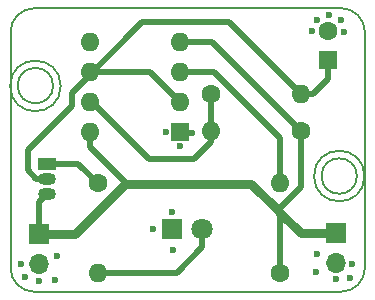
<source format=gbr>
%TF.GenerationSoftware,KiCad,Pcbnew,8.0.5*%
%TF.CreationDate,2025-07-23T12:06:58+02:00*%
%TF.ProjectId,LED_FADER,4c45445f-4641-4444-9552-2e6b69636164,rev?*%
%TF.SameCoordinates,Original*%
%TF.FileFunction,Copper,L1,Top*%
%TF.FilePolarity,Positive*%
%FSLAX46Y46*%
G04 Gerber Fmt 4.6, Leading zero omitted, Abs format (unit mm)*
G04 Created by KiCad (PCBNEW 8.0.5) date 2025-07-23 12:06:58*
%MOMM*%
%LPD*%
G01*
G04 APERTURE LIST*
%TA.AperFunction,Conductor*%
%ADD10C,0.200000*%
%TD*%
%TA.AperFunction,ComponentPad*%
%ADD11C,1.600000*%
%TD*%
%TA.AperFunction,ComponentPad*%
%ADD12O,1.600000X1.600000*%
%TD*%
%TA.AperFunction,ComponentPad*%
%ADD13R,1.600000X1.600000*%
%TD*%
%TA.AperFunction,ComponentPad*%
%ADD14O,1.500000X1.050000*%
%TD*%
%TA.AperFunction,ComponentPad*%
%ADD15R,1.500000X1.050000*%
%TD*%
%TA.AperFunction,ComponentPad*%
%ADD16R,1.700000X1.700000*%
%TD*%
%TA.AperFunction,ComponentPad*%
%ADD17O,1.700000X1.700000*%
%TD*%
%TA.AperFunction,ComponentPad*%
%ADD18R,1.800000X1.800000*%
%TD*%
%TA.AperFunction,ComponentPad*%
%ADD19C,1.800000*%
%TD*%
%TA.AperFunction,ViaPad*%
%ADD20C,0.600000*%
%TD*%
%TA.AperFunction,Conductor*%
%ADD21C,0.500000*%
%TD*%
%TA.AperFunction,Conductor*%
%ADD22C,0.750000*%
%TD*%
G04 APERTURE END LIST*
D10*
%TO.N,GND*%
X126299066Y-100160000D02*
G75*
G02*
X123300934Y-100160000I-1499066J0D01*
G01*
X123300934Y-100160000D02*
G75*
G02*
X126299066Y-100160000I1499066J0D01*
G01*
X122700000Y-115610000D02*
X122700000Y-95610000D01*
X126939059Y-100191112D02*
G75*
G02*
X122660941Y-100191112I-2139059J0D01*
G01*
X122660941Y-100191112D02*
G75*
G02*
X126939059Y-100191112I2139059J0D01*
G01*
X152669059Y-107820000D02*
G75*
G02*
X148390941Y-107820000I-2139059J0D01*
G01*
X148390941Y-107820000D02*
G75*
G02*
X152669059Y-107820000I2139059J0D01*
G01*
X152700000Y-115610000D02*
G75*
G02*
X150700000Y-117610000I-2000000J0D01*
G01*
X124700000Y-117610000D02*
G75*
G02*
X122700000Y-115610000I0J2000000D01*
G01*
%TO.N,VCC*%
X152020944Y-107820000D02*
G75*
G02*
X149022812Y-107820000I-1499066J0D01*
G01*
X149022812Y-107820000D02*
G75*
G02*
X152020944Y-107820000I1499066J0D01*
G01*
%TO.N,GND*%
X124700000Y-93610000D02*
X150700000Y-93610000D01*
X150700000Y-117610000D02*
X124700000Y-117610000D01*
X150700000Y-93610000D02*
G75*
G02*
X152700000Y-95610000I0J-2000000D01*
G01*
X122700000Y-95610000D02*
G75*
G02*
X124700000Y-93610000I2000000J0D01*
G01*
X152700000Y-95610000D02*
X152700000Y-115610000D01*
%TD*%
D11*
%TO.P,R1,1*%
%TO.N,VCC*%
X145490000Y-116040000D03*
D12*
%TO.P,R1,2*%
%TO.N,Net-(U1-Q)*%
X145490000Y-108420000D03*
%TD*%
%TO.P,U1,8,VCC*%
%TO.N,VCC*%
X129410000Y-104070000D03*
%TO.P,U1,7,DIS*%
%TO.N,Net-(U1-DIS)*%
X129410000Y-101530000D03*
%TO.P,U1,6,THR*%
%TO.N,Net-(U1-THR)*%
X129410000Y-98990000D03*
%TO.P,U1,5,CV*%
%TO.N,unconnected-(U1-CV-Pad5)*%
X129410000Y-96450000D03*
%TO.P,U1,4,R*%
%TO.N,VCC*%
X137030000Y-96450000D03*
%TO.P,U1,3,Q*%
%TO.N,Net-(U1-Q)*%
X137030000Y-98990000D03*
%TO.P,U1,2,TR*%
%TO.N,Net-(U1-THR)*%
X137030000Y-101530000D03*
D13*
%TO.P,U1,1,GND*%
%TO.N,GND*%
X137030000Y-104070000D03*
%TD*%
D14*
%TO.P,U2,3,VI*%
%TO.N,VCC*%
X125780000Y-109320000D03*
%TO.P,U2,2,GND*%
%TO.N,Net-(U1-THR)*%
X125780000Y-108050000D03*
D15*
%TO.P,U2,1,VO*%
%TO.N,Net-(U2-VO)*%
X125780000Y-106780000D03*
%TD*%
D11*
%TO.P,R4,1*%
%TO.N,Net-(U2-VO)*%
X130110000Y-108440000D03*
D12*
%TO.P,R4,2*%
%TO.N,Net-(D1-A)*%
X130110000Y-116060000D03*
%TD*%
D16*
%TO.P,J3,1,Pin_1*%
%TO.N,VCC*%
X125110000Y-112705000D03*
D17*
%TO.P,J3,2,Pin_2*%
%TO.N,GND*%
X125110000Y-115245000D03*
%TD*%
D18*
%TO.P,D1,1,K*%
%TO.N,GND*%
X136400000Y-112310000D03*
D19*
%TO.P,D1,2,A*%
%TO.N,Net-(D1-A)*%
X138940000Y-112310000D03*
%TD*%
D11*
%TO.P,R2,1*%
%TO.N,VCC*%
X147300000Y-104010000D03*
D12*
%TO.P,R2,2*%
%TO.N,Net-(U1-DIS)*%
X139680000Y-104010000D03*
%TD*%
D11*
%TO.P,C1,2*%
%TO.N,GND*%
X149590000Y-95510000D03*
D13*
%TO.P,C1,1*%
%TO.N,Net-(U1-THR)*%
X149590000Y-98010000D03*
%TD*%
D12*
%TO.P,R3,2*%
%TO.N,Net-(U1-THR)*%
X147280000Y-100870000D03*
D11*
%TO.P,R3,1*%
%TO.N,Net-(U1-DIS)*%
X139660000Y-100870000D03*
%TD*%
D16*
%TO.P,J2,1,Pin_1*%
%TO.N,VCC*%
X150280000Y-112665000D03*
D17*
%TO.P,J2,2,Pin_2*%
%TO.N,GND*%
X150280000Y-115205000D03*
%TD*%
D20*
%TO.N,GND*%
X134720000Y-112320000D03*
X137030000Y-105290000D03*
X138030000Y-104140000D03*
X150660000Y-94610000D03*
X136370000Y-110890000D03*
X148670000Y-94640000D03*
X150250000Y-116570000D03*
X123600000Y-115290000D03*
X136410000Y-114050000D03*
X150970000Y-95640000D03*
X126650000Y-114570000D03*
X151630000Y-115250000D03*
X149640000Y-94180000D03*
X125090000Y-116670000D03*
X126490000Y-116650000D03*
X123880000Y-116400000D03*
X148640000Y-114410000D03*
X151450000Y-116460000D03*
X148250000Y-95550000D03*
X148600000Y-115940000D03*
X135840000Y-104090000D03*
%TD*%
D21*
%TO.N,Net-(U1-THR)*%
X125780000Y-108050000D02*
X124875000Y-108050000D01*
X124875000Y-108050000D02*
X124150000Y-107325000D01*
X127860000Y-101880000D02*
X127860000Y-100750000D01*
X124150000Y-107325000D02*
X124150000Y-105590000D01*
X124150000Y-105590000D02*
X127860000Y-101880000D01*
X127860000Y-100750000D02*
X133840000Y-94770000D01*
X133840000Y-94770000D02*
X141160000Y-94770000D01*
X141160000Y-94770000D02*
X147260000Y-100870000D01*
X147260000Y-100870000D02*
X147280000Y-100870000D01*
%TO.N,VCC*%
X129410000Y-104070000D02*
X129410000Y-105350000D01*
X129410000Y-105350000D02*
X132530000Y-108470000D01*
D22*
X125110000Y-112705000D02*
X128155000Y-112705000D01*
X128155000Y-112705000D02*
X132390000Y-108470000D01*
X132390000Y-108470000D02*
X133080000Y-108470000D01*
D21*
%TO.N,Net-(D1-A)*%
X130110000Y-116060000D02*
X136750000Y-116060000D01*
X136750000Y-116060000D02*
X138940000Y-113870000D01*
X138940000Y-113870000D02*
X138940000Y-112310000D01*
%TO.N,VCC*%
X137030000Y-96450000D02*
X139740000Y-96450000D01*
X139740000Y-96450000D02*
X147300000Y-104010000D01*
D22*
X143070000Y-108470000D02*
X145310000Y-110710000D01*
X145310000Y-110710000D02*
X145545000Y-110945000D01*
D21*
X129600000Y-104070000D02*
X129410000Y-104070000D01*
%TO.N,Net-(U1-DIS)*%
X139680000Y-104010000D02*
X139680000Y-104900000D01*
X139680000Y-104900000D02*
X138240000Y-106340000D01*
X138240000Y-106340000D02*
X134410000Y-106340000D01*
X134410000Y-106340000D02*
X129610000Y-101540000D01*
X139680000Y-104010000D02*
X139680000Y-100890000D01*
X139680000Y-100890000D02*
X139660000Y-100870000D01*
%TO.N,Net-(U1-THR)*%
X129410000Y-98990000D02*
X129420000Y-99000000D01*
X129420000Y-99000000D02*
X134500000Y-99000000D01*
X134500000Y-99000000D02*
X137040000Y-101540000D01*
X149590000Y-98010000D02*
X149590000Y-99610000D01*
X149590000Y-99610000D02*
X148330000Y-100870000D01*
X148330000Y-100870000D02*
X147280000Y-100870000D01*
%TO.N,VCC*%
X125780000Y-109320000D02*
X125120000Y-109980000D01*
X125120000Y-109980000D02*
X125120000Y-112695000D01*
X125120000Y-112695000D02*
X125110000Y-112705000D01*
X145490000Y-116040000D02*
X145490000Y-111000000D01*
X145490000Y-111000000D02*
X145545000Y-110945000D01*
D22*
X145545000Y-110945000D02*
X147265000Y-112665000D01*
D21*
%TO.N,Net-(U1-Q)*%
X145490000Y-108420000D02*
X145490000Y-104572233D01*
X139917767Y-99000000D02*
X137230000Y-99000000D01*
X145490000Y-104572233D02*
X139917767Y-99000000D01*
D22*
%TO.N,VCC*%
X133080000Y-108470000D02*
X143070000Y-108470000D01*
X147265000Y-112665000D02*
X150280000Y-112665000D01*
D21*
%TO.N,Net-(U2-VO)*%
X128450000Y-106780000D02*
X125780000Y-106780000D01*
X130110000Y-108440000D02*
X128450000Y-106780000D01*
%TO.N,VCC*%
X147300000Y-104010000D02*
X147300000Y-108720000D01*
X147300000Y-108720000D02*
X145310000Y-110710000D01*
%TD*%
M02*

</source>
